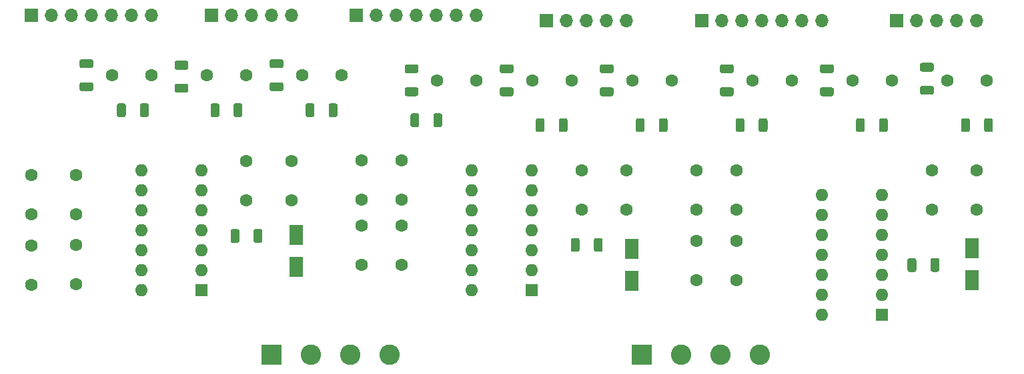
<source format=gbr>
%TF.GenerationSoftware,KiCad,Pcbnew,(5.1.10)-1*%
%TF.CreationDate,2022-02-15T22:08:32+02:00*%
%TF.ProjectId,SEM,53454d2e-6b69-4636-9164-5f7063625858,rev?*%
%TF.SameCoordinates,Original*%
%TF.FileFunction,Soldermask,Top*%
%TF.FilePolarity,Negative*%
%FSLAX46Y46*%
G04 Gerber Fmt 4.6, Leading zero omitted, Abs format (unit mm)*
G04 Created by KiCad (PCBNEW (5.1.10)-1) date 2022-02-15 22:08:32*
%MOMM*%
%LPD*%
G01*
G04 APERTURE LIST*
%ADD10R,1.800000X2.500000*%
%ADD11C,1.600000*%
%ADD12O,1.700000X1.700000*%
%ADD13R,1.700000X1.700000*%
%ADD14R,2.600000X2.600000*%
%ADD15C,2.600000*%
%ADD16R,1.600000X1.600000*%
%ADD17O,1.600000X1.600000*%
G04 APERTURE END LIST*
%TO.C,R11*%
G36*
G01*
X166078500Y-198764997D02*
X166078500Y-200015003D01*
G75*
G02*
X165828503Y-200265000I-249997J0D01*
G01*
X165203497Y-200265000D01*
G75*
G02*
X164953500Y-200015003I0J249997D01*
G01*
X164953500Y-198764997D01*
G75*
G02*
X165203497Y-198515000I249997J0D01*
G01*
X165828503Y-198515000D01*
G75*
G02*
X166078500Y-198764997I0J-249997D01*
G01*
G37*
G36*
G01*
X163153500Y-198764997D02*
X163153500Y-200015003D01*
G75*
G02*
X162903503Y-200265000I-249997J0D01*
G01*
X162278497Y-200265000D01*
G75*
G02*
X162028500Y-200015003I0J249997D01*
G01*
X162028500Y-198764997D01*
G75*
G02*
X162278497Y-198515000I249997J0D01*
G01*
X162903503Y-198515000D01*
G75*
G02*
X163153500Y-198764997I0J-249997D01*
G01*
G37*
%TD*%
%TO.C,R4*%
G36*
G01*
X165121003Y-177714500D02*
X163870997Y-177714500D01*
G75*
G02*
X163621000Y-177464503I0J249997D01*
G01*
X163621000Y-176839497D01*
G75*
G02*
X163870997Y-176589500I249997J0D01*
G01*
X165121003Y-176589500D01*
G75*
G02*
X165371000Y-176839497I0J-249997D01*
G01*
X165371000Y-177464503D01*
G75*
G02*
X165121003Y-177714500I-249997J0D01*
G01*
G37*
G36*
G01*
X165121003Y-174789500D02*
X163870997Y-174789500D01*
G75*
G02*
X163621000Y-174539503I0J249997D01*
G01*
X163621000Y-173914497D01*
G75*
G02*
X163870997Y-173664500I249997J0D01*
G01*
X165121003Y-173664500D01*
G75*
G02*
X165371000Y-173914497I0J-249997D01*
G01*
X165371000Y-174539503D01*
G75*
G02*
X165121003Y-174789500I-249997J0D01*
G01*
G37*
%TD*%
D10*
%TO.C,D1*%
X84486000Y-195599000D03*
X84486000Y-199599000D03*
%TD*%
D11*
%TO.C,C4*%
X90201000Y-175247000D03*
X85201000Y-175247000D03*
%TD*%
%TO.C,R6*%
G36*
G01*
X152421003Y-177907000D02*
X151170997Y-177907000D01*
G75*
G02*
X150921000Y-177657003I0J249997D01*
G01*
X150921000Y-177031997D01*
G75*
G02*
X151170997Y-176782000I249997J0D01*
G01*
X152421003Y-176782000D01*
G75*
G02*
X152671000Y-177031997I0J-249997D01*
G01*
X152671000Y-177657003D01*
G75*
G02*
X152421003Y-177907000I-249997J0D01*
G01*
G37*
G36*
G01*
X152421003Y-174982000D02*
X151170997Y-174982000D01*
G75*
G02*
X150921000Y-174732003I0J249997D01*
G01*
X150921000Y-174106997D01*
G75*
G02*
X151170997Y-173857000I249997J0D01*
G01*
X152421003Y-173857000D01*
G75*
G02*
X152671000Y-174106997I0J-249997D01*
G01*
X152671000Y-174732003D01*
G75*
G02*
X152421003Y-174982000I-249997J0D01*
G01*
G37*
%TD*%
%TO.C,C22*%
X56546000Y-196837000D03*
X56546000Y-201837000D03*
%TD*%
%TO.C,C5*%
X97821000Y-186042000D03*
X97821000Y-191042000D03*
%TD*%
%TO.C,C31*%
X92741000Y-199377000D03*
X92741000Y-194377000D03*
%TD*%
D12*
%TO.C,J10*%
X83820000Y-167640000D03*
X81280000Y-167640000D03*
X78740000Y-167640000D03*
X76200000Y-167640000D03*
D13*
X73660000Y-167640000D03*
%TD*%
D11*
%TO.C,C17*%
X107346000Y-175882000D03*
X102346000Y-175882000D03*
%TD*%
%TO.C,R5*%
G36*
G01*
X139721003Y-177907000D02*
X138470997Y-177907000D01*
G75*
G02*
X138221000Y-177657003I0J249997D01*
G01*
X138221000Y-177031997D01*
G75*
G02*
X138470997Y-176782000I249997J0D01*
G01*
X139721003Y-176782000D01*
G75*
G02*
X139971000Y-177031997I0J-249997D01*
G01*
X139971000Y-177657003D01*
G75*
G02*
X139721003Y-177907000I-249997J0D01*
G01*
G37*
G36*
G01*
X139721003Y-174982000D02*
X138470997Y-174982000D01*
G75*
G02*
X138221000Y-174732003I0J249997D01*
G01*
X138221000Y-174106997D01*
G75*
G02*
X138470997Y-173857000I249997J0D01*
G01*
X139721003Y-173857000D01*
G75*
G02*
X139971000Y-174106997I0J-249997D01*
G01*
X139971000Y-174732003D01*
G75*
G02*
X139721003Y-174982000I-249997J0D01*
G01*
G37*
%TD*%
%TO.C,C6*%
X50831000Y-192947000D03*
X50831000Y-187947000D03*
%TD*%
D10*
%TO.C,D2*%
X170211000Y-201282000D03*
X170211000Y-197282000D03*
%TD*%
D11*
%TO.C,C30*%
X135286000Y-201282000D03*
X135286000Y-196282000D03*
%TD*%
%TO.C,R10*%
G36*
G01*
X77236000Y-195068997D02*
X77236000Y-196319003D01*
G75*
G02*
X76986003Y-196569000I-249997J0D01*
G01*
X76360997Y-196569000D01*
G75*
G02*
X76111000Y-196319003I0J249997D01*
G01*
X76111000Y-195068997D01*
G75*
G02*
X76360997Y-194819000I249997J0D01*
G01*
X76986003Y-194819000D01*
G75*
G02*
X77236000Y-195068997I0J-249997D01*
G01*
G37*
G36*
G01*
X80161000Y-195068997D02*
X80161000Y-196319003D01*
G75*
G02*
X79911003Y-196569000I-249997J0D01*
G01*
X79285997Y-196569000D01*
G75*
G02*
X79036000Y-196319003I0J249997D01*
G01*
X79036000Y-195068997D01*
G75*
G02*
X79285997Y-194819000I249997J0D01*
G01*
X79911003Y-194819000D01*
G75*
G02*
X80161000Y-195068997I0J-249997D01*
G01*
G37*
%TD*%
D14*
%TO.C,J5*%
X128270000Y-210820000D03*
D15*
X133270000Y-210820000D03*
X138270000Y-210820000D03*
X143270000Y-210820000D03*
%TD*%
D11*
%TO.C,C33*%
X126396000Y-187312000D03*
X126396000Y-192312000D03*
%TD*%
%TO.C,C32*%
X170846000Y-187312000D03*
X170846000Y-192312000D03*
%TD*%
%TO.C,R7*%
G36*
G01*
X124481003Y-177907000D02*
X123230997Y-177907000D01*
G75*
G02*
X122981000Y-177657003I0J249997D01*
G01*
X122981000Y-177031997D01*
G75*
G02*
X123230997Y-176782000I249997J0D01*
G01*
X124481003Y-176782000D01*
G75*
G02*
X124731000Y-177031997I0J-249997D01*
G01*
X124731000Y-177657003D01*
G75*
G02*
X124481003Y-177907000I-249997J0D01*
G01*
G37*
G36*
G01*
X124481003Y-174982000D02*
X123230997Y-174982000D01*
G75*
G02*
X122981000Y-174732003I0J249997D01*
G01*
X122981000Y-174106997D01*
G75*
G02*
X123230997Y-173857000I249997J0D01*
G01*
X124481003Y-173857000D01*
G75*
G02*
X124731000Y-174106997I0J-249997D01*
G01*
X124731000Y-174732003D01*
G75*
G02*
X124481003Y-174982000I-249997J0D01*
G01*
G37*
%TD*%
%TO.C,R19*%
G36*
G01*
X155486000Y-182222003D02*
X155486000Y-180971997D01*
G75*
G02*
X155735997Y-180722000I249997J0D01*
G01*
X156361003Y-180722000D01*
G75*
G02*
X156611000Y-180971997I0J-249997D01*
G01*
X156611000Y-182222003D01*
G75*
G02*
X156361003Y-182472000I-249997J0D01*
G01*
X155735997Y-182472000D01*
G75*
G02*
X155486000Y-182222003I0J249997D01*
G01*
G37*
G36*
G01*
X158411000Y-182222003D02*
X158411000Y-180971997D01*
G75*
G02*
X158660997Y-180722000I249997J0D01*
G01*
X159286003Y-180722000D01*
G75*
G02*
X159536000Y-180971997I0J-249997D01*
G01*
X159536000Y-182222003D01*
G75*
G02*
X159286003Y-182472000I-249997J0D01*
G01*
X158660997Y-182472000D01*
G75*
G02*
X158411000Y-182222003I0J249997D01*
G01*
G37*
%TD*%
D12*
%TO.C,J12*%
X151161000Y-168262000D03*
X148621000Y-168262000D03*
X146081000Y-168262000D03*
X143541000Y-168262000D03*
X141001000Y-168262000D03*
X138461000Y-168262000D03*
D13*
X135921000Y-168262000D03*
%TD*%
%TO.C,R14*%
G36*
G01*
X168821000Y-182222003D02*
X168821000Y-180971997D01*
G75*
G02*
X169070997Y-180722000I249997J0D01*
G01*
X169696003Y-180722000D01*
G75*
G02*
X169946000Y-180971997I0J-249997D01*
G01*
X169946000Y-182222003D01*
G75*
G02*
X169696003Y-182472000I-249997J0D01*
G01*
X169070997Y-182472000D01*
G75*
G02*
X168821000Y-182222003I0J249997D01*
G01*
G37*
G36*
G01*
X171746000Y-182222003D02*
X171746000Y-180971997D01*
G75*
G02*
X171995997Y-180722000I249997J0D01*
G01*
X172621003Y-180722000D01*
G75*
G02*
X172871000Y-180971997I0J-249997D01*
G01*
X172871000Y-182222003D01*
G75*
G02*
X172621003Y-182472000I-249997J0D01*
G01*
X171995997Y-182472000D01*
G75*
G02*
X171746000Y-182222003I0J249997D01*
G01*
G37*
%TD*%
D11*
%TO.C,C7*%
X66071000Y-175247000D03*
X61071000Y-175247000D03*
%TD*%
%TO.C,R12*%
G36*
G01*
X123341000Y-196211997D02*
X123341000Y-197462003D01*
G75*
G02*
X123091003Y-197712000I-249997J0D01*
G01*
X122465997Y-197712000D01*
G75*
G02*
X122216000Y-197462003I0J249997D01*
G01*
X122216000Y-196211997D01*
G75*
G02*
X122465997Y-195962000I249997J0D01*
G01*
X123091003Y-195962000D01*
G75*
G02*
X123341000Y-196211997I0J-249997D01*
G01*
G37*
G36*
G01*
X120416000Y-196211997D02*
X120416000Y-197462003D01*
G75*
G02*
X120166003Y-197712000I-249997J0D01*
G01*
X119540997Y-197712000D01*
G75*
G02*
X119291000Y-197462003I0J249997D01*
G01*
X119291000Y-196211997D01*
G75*
G02*
X119540997Y-195962000I249997J0D01*
G01*
X120166003Y-195962000D01*
G75*
G02*
X120416000Y-196211997I0J-249997D01*
G01*
G37*
%TD*%
%TO.C,C16*%
X147351000Y-175882000D03*
X142351000Y-175882000D03*
%TD*%
%TO.C,R22*%
G36*
G01*
X73571000Y-180317003D02*
X73571000Y-179066997D01*
G75*
G02*
X73820997Y-178817000I249997J0D01*
G01*
X74446003Y-178817000D01*
G75*
G02*
X74696000Y-179066997I0J-249997D01*
G01*
X74696000Y-180317003D01*
G75*
G02*
X74446003Y-180567000I-249997J0D01*
G01*
X73820997Y-180567000D01*
G75*
G02*
X73571000Y-180317003I0J249997D01*
G01*
G37*
G36*
G01*
X76496000Y-180317003D02*
X76496000Y-179066997D01*
G75*
G02*
X76745997Y-178817000I249997J0D01*
G01*
X77371003Y-178817000D01*
G75*
G02*
X77621000Y-179066997I0J-249997D01*
G01*
X77621000Y-180317003D01*
G75*
G02*
X77371003Y-180567000I-249997J0D01*
G01*
X76745997Y-180567000D01*
G75*
G02*
X76496000Y-180317003I0J249997D01*
G01*
G37*
%TD*%
%TO.C,R2*%
G36*
G01*
X58441003Y-177272000D02*
X57190997Y-177272000D01*
G75*
G02*
X56941000Y-177022003I0J249997D01*
G01*
X56941000Y-176396997D01*
G75*
G02*
X57190997Y-176147000I249997J0D01*
G01*
X58441003Y-176147000D01*
G75*
G02*
X58691000Y-176396997I0J-249997D01*
G01*
X58691000Y-177022003D01*
G75*
G02*
X58441003Y-177272000I-249997J0D01*
G01*
G37*
G36*
G01*
X58441003Y-174347000D02*
X57190997Y-174347000D01*
G75*
G02*
X56941000Y-174097003I0J249997D01*
G01*
X56941000Y-173471997D01*
G75*
G02*
X57190997Y-173222000I249997J0D01*
G01*
X58441003Y-173222000D01*
G75*
G02*
X58691000Y-173471997I0J-249997D01*
G01*
X58691000Y-174097003D01*
G75*
G02*
X58441003Y-174347000I-249997J0D01*
G01*
G37*
%TD*%
%TO.C,C29*%
X120681000Y-187312000D03*
X120681000Y-192312000D03*
%TD*%
%TO.C,R20*%
G36*
G01*
X114846000Y-182222003D02*
X114846000Y-180971997D01*
G75*
G02*
X115095997Y-180722000I249997J0D01*
G01*
X115721003Y-180722000D01*
G75*
G02*
X115971000Y-180971997I0J-249997D01*
G01*
X115971000Y-182222003D01*
G75*
G02*
X115721003Y-182472000I-249997J0D01*
G01*
X115095997Y-182472000D01*
G75*
G02*
X114846000Y-182222003I0J249997D01*
G01*
G37*
G36*
G01*
X117771000Y-182222003D02*
X117771000Y-180971997D01*
G75*
G02*
X118020997Y-180722000I249997J0D01*
G01*
X118646003Y-180722000D01*
G75*
G02*
X118896000Y-180971997I0J-249997D01*
G01*
X118896000Y-182222003D01*
G75*
G02*
X118646003Y-182472000I-249997J0D01*
G01*
X118020997Y-182472000D01*
G75*
G02*
X117771000Y-182222003I0J249997D01*
G01*
G37*
%TD*%
%TO.C,C23*%
X119411000Y-175882000D03*
X114411000Y-175882000D03*
%TD*%
D16*
%TO.C,U2*%
X158750000Y-205740000D03*
D17*
X151130000Y-190500000D03*
X158750000Y-203200000D03*
X151130000Y-193040000D03*
X158750000Y-200660000D03*
X151130000Y-195580000D03*
X158750000Y-198120000D03*
X151130000Y-198120000D03*
X158750000Y-195580000D03*
X151130000Y-200660000D03*
X158750000Y-193040000D03*
X151130000Y-203200000D03*
X158750000Y-190500000D03*
X151130000Y-205740000D03*
%TD*%
D13*
%TO.C,J13*%
X92106000Y-167627000D03*
D12*
X94646000Y-167627000D03*
X97186000Y-167627000D03*
X99726000Y-167627000D03*
X102266000Y-167627000D03*
X104806000Y-167627000D03*
X107346000Y-167627000D03*
%TD*%
D11*
%TO.C,C25*%
X83851000Y-191169000D03*
X83851000Y-186169000D03*
%TD*%
D13*
%TO.C,J9*%
X116205000Y-168275000D03*
D12*
X118745000Y-168275000D03*
X121285000Y-168275000D03*
X123825000Y-168275000D03*
X126365000Y-168275000D03*
%TD*%
%TO.C,R16*%
G36*
G01*
X61696000Y-180317003D02*
X61696000Y-179066997D01*
G75*
G02*
X61945997Y-178817000I249997J0D01*
G01*
X62571003Y-178817000D01*
G75*
G02*
X62821000Y-179066997I0J-249997D01*
G01*
X62821000Y-180317003D01*
G75*
G02*
X62571003Y-180567000I-249997J0D01*
G01*
X61945997Y-180567000D01*
G75*
G02*
X61696000Y-180317003I0J249997D01*
G01*
G37*
G36*
G01*
X64621000Y-180317003D02*
X64621000Y-179066997D01*
G75*
G02*
X64870997Y-178817000I249997J0D01*
G01*
X65496003Y-178817000D01*
G75*
G02*
X65746000Y-179066997I0J-249997D01*
G01*
X65746000Y-180317003D01*
G75*
G02*
X65496003Y-180567000I-249997J0D01*
G01*
X64870997Y-180567000D01*
G75*
G02*
X64621000Y-180317003I0J249997D01*
G01*
G37*
%TD*%
%TO.C,R17*%
G36*
G01*
X140215000Y-182222003D02*
X140215000Y-180971997D01*
G75*
G02*
X140464997Y-180722000I249997J0D01*
G01*
X141090003Y-180722000D01*
G75*
G02*
X141340000Y-180971997I0J-249997D01*
G01*
X141340000Y-182222003D01*
G75*
G02*
X141090003Y-182472000I-249997J0D01*
G01*
X140464997Y-182472000D01*
G75*
G02*
X140215000Y-182222003I0J249997D01*
G01*
G37*
G36*
G01*
X143140000Y-182222003D02*
X143140000Y-180971997D01*
G75*
G02*
X143389997Y-180722000I249997J0D01*
G01*
X144015003Y-180722000D01*
G75*
G02*
X144265000Y-180971997I0J-249997D01*
G01*
X144265000Y-182222003D01*
G75*
G02*
X144015003Y-182472000I-249997J0D01*
G01*
X143389997Y-182472000D01*
G75*
G02*
X143140000Y-182222003I0J249997D01*
G01*
G37*
%TD*%
%TO.C,R15*%
G36*
G01*
X127546000Y-182222003D02*
X127546000Y-180971997D01*
G75*
G02*
X127795997Y-180722000I249997J0D01*
G01*
X128421003Y-180722000D01*
G75*
G02*
X128671000Y-180971997I0J-249997D01*
G01*
X128671000Y-182222003D01*
G75*
G02*
X128421003Y-182472000I-249997J0D01*
G01*
X127795997Y-182472000D01*
G75*
G02*
X127546000Y-182222003I0J249997D01*
G01*
G37*
G36*
G01*
X130471000Y-182222003D02*
X130471000Y-180971997D01*
G75*
G02*
X130720997Y-180722000I249997J0D01*
G01*
X131346003Y-180722000D01*
G75*
G02*
X131596000Y-180971997I0J-249997D01*
G01*
X131596000Y-182222003D01*
G75*
G02*
X131346003Y-182472000I-249997J0D01*
G01*
X130720997Y-182472000D01*
G75*
G02*
X130471000Y-182222003I0J249997D01*
G01*
G37*
%TD*%
D14*
%TO.C,J8*%
X81280000Y-210820000D03*
D15*
X86280000Y-210820000D03*
X91280000Y-210820000D03*
X96280000Y-210820000D03*
%TD*%
D16*
%TO.C,U3*%
X114331000Y-202552000D03*
D17*
X106711000Y-187312000D03*
X114331000Y-200012000D03*
X106711000Y-189852000D03*
X114331000Y-197472000D03*
X106711000Y-192392000D03*
X114331000Y-194932000D03*
X106711000Y-194932000D03*
X114331000Y-192392000D03*
X106711000Y-197472000D03*
X114331000Y-189852000D03*
X106711000Y-200012000D03*
X114331000Y-187312000D03*
X106711000Y-202552000D03*
%TD*%
D11*
%TO.C,C9*%
X92741000Y-186042000D03*
X92741000Y-191042000D03*
%TD*%
D13*
%TO.C,J11*%
X50800000Y-167627000D03*
D12*
X53340000Y-167627000D03*
X55880000Y-167627000D03*
X58420000Y-167627000D03*
X60960000Y-167627000D03*
X63500000Y-167627000D03*
X66040000Y-167627000D03*
%TD*%
D11*
%TO.C,C3*%
X140366000Y-187312000D03*
X140366000Y-192312000D03*
%TD*%
%TO.C,C21*%
X160051000Y-175882000D03*
X155051000Y-175882000D03*
%TD*%
%TO.C,C2*%
X56546000Y-192947000D03*
X56546000Y-187947000D03*
%TD*%
D13*
%TO.C,J4*%
X160655000Y-168275000D03*
D12*
X163195000Y-168275000D03*
X165735000Y-168275000D03*
X168275000Y-168275000D03*
X170815000Y-168275000D03*
%TD*%
D10*
%TO.C,D4*%
X127031000Y-201377000D03*
X127031000Y-197377000D03*
%TD*%
D11*
%TO.C,C28*%
X50831000Y-196917000D03*
X50831000Y-201917000D03*
%TD*%
%TO.C,C11*%
X172085000Y-175895000D03*
X167085000Y-175895000D03*
%TD*%
%TO.C,C19*%
X78136000Y-191169000D03*
X78136000Y-186169000D03*
%TD*%
%TO.C,C12*%
X132111000Y-175882000D03*
X127111000Y-175882000D03*
%TD*%
%TO.C,C26*%
X97821000Y-199377000D03*
X97821000Y-194377000D03*
%TD*%
%TO.C,C8*%
X135286000Y-187312000D03*
X135286000Y-192312000D03*
%TD*%
%TO.C,C13*%
X78136000Y-175247000D03*
X73136000Y-175247000D03*
%TD*%
%TO.C,R18*%
G36*
G01*
X98940000Y-181600003D02*
X98940000Y-180349997D01*
G75*
G02*
X99189997Y-180100000I249997J0D01*
G01*
X99815003Y-180100000D01*
G75*
G02*
X100065000Y-180349997I0J-249997D01*
G01*
X100065000Y-181600003D01*
G75*
G02*
X99815003Y-181850000I-249997J0D01*
G01*
X99189997Y-181850000D01*
G75*
G02*
X98940000Y-181600003I0J249997D01*
G01*
G37*
G36*
G01*
X101865000Y-181600003D02*
X101865000Y-180349997D01*
G75*
G02*
X102114997Y-180100000I249997J0D01*
G01*
X102740003Y-180100000D01*
G75*
G02*
X102990000Y-180349997I0J-249997D01*
G01*
X102990000Y-181600003D01*
G75*
G02*
X102740003Y-181850000I-249997J0D01*
G01*
X102114997Y-181850000D01*
G75*
G02*
X101865000Y-181600003I0J249997D01*
G01*
G37*
%TD*%
%TO.C,R1*%
G36*
G01*
X82571003Y-177272000D02*
X81320997Y-177272000D01*
G75*
G02*
X81071000Y-177022003I0J249997D01*
G01*
X81071000Y-176396997D01*
G75*
G02*
X81320997Y-176147000I249997J0D01*
G01*
X82571003Y-176147000D01*
G75*
G02*
X82821000Y-176396997I0J-249997D01*
G01*
X82821000Y-177022003D01*
G75*
G02*
X82571003Y-177272000I-249997J0D01*
G01*
G37*
G36*
G01*
X82571003Y-174347000D02*
X81320997Y-174347000D01*
G75*
G02*
X81071000Y-174097003I0J249997D01*
G01*
X81071000Y-173471997D01*
G75*
G02*
X81320997Y-173222000I249997J0D01*
G01*
X82571003Y-173222000D01*
G75*
G02*
X82821000Y-173471997I0J-249997D01*
G01*
X82821000Y-174097003D01*
G75*
G02*
X82571003Y-174347000I-249997J0D01*
G01*
G37*
%TD*%
%TO.C,R9*%
G36*
G01*
X111781003Y-177907000D02*
X110530997Y-177907000D01*
G75*
G02*
X110281000Y-177657003I0J249997D01*
G01*
X110281000Y-177031997D01*
G75*
G02*
X110530997Y-176782000I249997J0D01*
G01*
X111781003Y-176782000D01*
G75*
G02*
X112031000Y-177031997I0J-249997D01*
G01*
X112031000Y-177657003D01*
G75*
G02*
X111781003Y-177907000I-249997J0D01*
G01*
G37*
G36*
G01*
X111781003Y-174982000D02*
X110530997Y-174982000D01*
G75*
G02*
X110281000Y-174732003I0J249997D01*
G01*
X110281000Y-174106997D01*
G75*
G02*
X110530997Y-173857000I249997J0D01*
G01*
X111781003Y-173857000D01*
G75*
G02*
X112031000Y-174106997I0J-249997D01*
G01*
X112031000Y-174732003D01*
G75*
G02*
X111781003Y-174982000I-249997J0D01*
G01*
G37*
%TD*%
%TO.C,R8*%
G36*
G01*
X99716003Y-177907000D02*
X98465997Y-177907000D01*
G75*
G02*
X98216000Y-177657003I0J249997D01*
G01*
X98216000Y-177031997D01*
G75*
G02*
X98465997Y-176782000I249997J0D01*
G01*
X99716003Y-176782000D01*
G75*
G02*
X99966000Y-177031997I0J-249997D01*
G01*
X99966000Y-177657003D01*
G75*
G02*
X99716003Y-177907000I-249997J0D01*
G01*
G37*
G36*
G01*
X99716003Y-174982000D02*
X98465997Y-174982000D01*
G75*
G02*
X98216000Y-174732003I0J249997D01*
G01*
X98216000Y-174106997D01*
G75*
G02*
X98465997Y-173857000I249997J0D01*
G01*
X99716003Y-173857000D01*
G75*
G02*
X99966000Y-174106997I0J-249997D01*
G01*
X99966000Y-174732003D01*
G75*
G02*
X99716003Y-174982000I-249997J0D01*
G01*
G37*
%TD*%
%TO.C,R13*%
G36*
G01*
X85636000Y-180317003D02*
X85636000Y-179066997D01*
G75*
G02*
X85885997Y-178817000I249997J0D01*
G01*
X86511003Y-178817000D01*
G75*
G02*
X86761000Y-179066997I0J-249997D01*
G01*
X86761000Y-180317003D01*
G75*
G02*
X86511003Y-180567000I-249997J0D01*
G01*
X85885997Y-180567000D01*
G75*
G02*
X85636000Y-180317003I0J249997D01*
G01*
G37*
G36*
G01*
X88561000Y-180317003D02*
X88561000Y-179066997D01*
G75*
G02*
X88810997Y-178817000I249997J0D01*
G01*
X89436003Y-178817000D01*
G75*
G02*
X89686000Y-179066997I0J-249997D01*
G01*
X89686000Y-180317003D01*
G75*
G02*
X89436003Y-180567000I-249997J0D01*
G01*
X88810997Y-180567000D01*
G75*
G02*
X88561000Y-180317003I0J249997D01*
G01*
G37*
%TD*%
%TO.C,C27*%
X165131000Y-187312000D03*
X165131000Y-192312000D03*
%TD*%
%TO.C,C24*%
X140366000Y-201282000D03*
X140366000Y-196282000D03*
%TD*%
%TO.C,R3*%
G36*
G01*
X70506003Y-177462000D02*
X69255997Y-177462000D01*
G75*
G02*
X69006000Y-177212003I0J249997D01*
G01*
X69006000Y-176586997D01*
G75*
G02*
X69255997Y-176337000I249997J0D01*
G01*
X70506003Y-176337000D01*
G75*
G02*
X70756000Y-176586997I0J-249997D01*
G01*
X70756000Y-177212003D01*
G75*
G02*
X70506003Y-177462000I-249997J0D01*
G01*
G37*
G36*
G01*
X70506003Y-174537000D02*
X69255997Y-174537000D01*
G75*
G02*
X69006000Y-174287003I0J249997D01*
G01*
X69006000Y-173661997D01*
G75*
G02*
X69255997Y-173412000I249997J0D01*
G01*
X70506003Y-173412000D01*
G75*
G02*
X70756000Y-173661997I0J-249997D01*
G01*
X70756000Y-174287003D01*
G75*
G02*
X70506003Y-174537000I-249997J0D01*
G01*
G37*
%TD*%
D17*
%TO.C,U1*%
X64801000Y-202552000D03*
X72421000Y-187312000D03*
X64801000Y-200012000D03*
X72421000Y-189852000D03*
X64801000Y-197472000D03*
X72421000Y-192392000D03*
X64801000Y-194932000D03*
X72421000Y-194932000D03*
X64801000Y-192392000D03*
X72421000Y-197472000D03*
X64801000Y-189852000D03*
X72421000Y-200012000D03*
X64801000Y-187312000D03*
D16*
X72421000Y-202552000D03*
%TD*%
M02*

</source>
